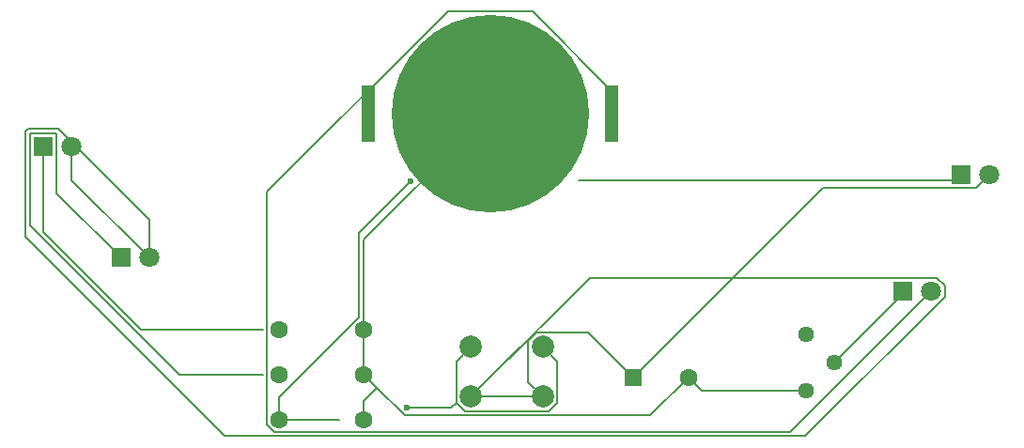
<source format=gtl>
G04 #@! TF.GenerationSoftware,KiCad,Pcbnew,9.0.2*
G04 #@! TF.CreationDate,2025-06-29T23:08:07-05:00*
G04 #@! TF.ProjectId,project-solder,70726f6a-6563-4742-9d73-6f6c6465722e,rev?*
G04 #@! TF.SameCoordinates,Original*
G04 #@! TF.FileFunction,Copper,L1,Top*
G04 #@! TF.FilePolarity,Positive*
%FSLAX46Y46*%
G04 Gerber Fmt 4.6, Leading zero omitted, Abs format (unit mm)*
G04 Created by KiCad (PCBNEW 9.0.2) date 2025-06-29 23:08:07*
%MOMM*%
%LPD*%
G01*
G04 APERTURE LIST*
G04 Aperture macros list*
%AMRoundRect*
0 Rectangle with rounded corners*
0 $1 Rounding radius*
0 $2 $3 $4 $5 $6 $7 $8 $9 X,Y pos of 4 corners*
0 Add a 4 corners polygon primitive as box body*
4,1,4,$2,$3,$4,$5,$6,$7,$8,$9,$2,$3,0*
0 Add four circle primitives for the rounded corners*
1,1,$1+$1,$2,$3*
1,1,$1+$1,$4,$5*
1,1,$1+$1,$6,$7*
1,1,$1+$1,$8,$9*
0 Add four rect primitives between the rounded corners*
20,1,$1+$1,$2,$3,$4,$5,0*
20,1,$1+$1,$4,$5,$6,$7,0*
20,1,$1+$1,$6,$7,$8,$9,0*
20,1,$1+$1,$8,$9,$2,$3,0*%
G04 Aperture macros list end*
G04 #@! TA.AperFunction,ComponentPad*
%ADD10C,1.440000*%
G04 #@! TD*
G04 #@! TA.AperFunction,ComponentPad*
%ADD11R,1.800000X1.800000*%
G04 #@! TD*
G04 #@! TA.AperFunction,ComponentPad*
%ADD12C,1.800000*%
G04 #@! TD*
G04 #@! TA.AperFunction,ComponentPad*
%ADD13RoundRect,0.250000X-0.550000X-0.550000X0.550000X-0.550000X0.550000X0.550000X-0.550000X0.550000X0*%
G04 #@! TD*
G04 #@! TA.AperFunction,ComponentPad*
%ADD14C,1.600000*%
G04 #@! TD*
G04 #@! TA.AperFunction,SMDPad,CuDef*
%ADD15R,1.270000X5.080000*%
G04 #@! TD*
G04 #@! TA.AperFunction,SMDPad,CuDef*
%ADD16C,17.800000*%
G04 #@! TD*
G04 #@! TA.AperFunction,ComponentPad*
%ADD17C,2.000000*%
G04 #@! TD*
G04 #@! TA.AperFunction,ViaPad*
%ADD18C,0.600000*%
G04 #@! TD*
G04 #@! TA.AperFunction,Conductor*
%ADD19C,0.200000*%
G04 #@! TD*
G04 APERTURE END LIST*
D10*
G04 #@! TO.P,RV2,1,1*
G04 #@! TO.N,Net-(BT1--)*
X217500000Y-102000000D03*
G04 #@! TO.P,RV2,2,2*
G04 #@! TO.N,Net-(D4-K)*
X220040000Y-99460000D03*
G04 #@! TO.P,RV2,3,3*
G04 #@! TO.N,unconnected-(RV2-Pad3)*
X217500000Y-96920000D03*
G04 #@! TD*
D11*
G04 #@! TO.P,D1,1,K*
G04 #@! TO.N,Net-(D1-K)*
X148725000Y-80000000D03*
D12*
G04 #@! TO.P,D1,2,A*
G04 #@! TO.N,Net-(D1-A)*
X151265000Y-80000000D03*
G04 #@! TD*
D13*
G04 #@! TO.P,C1,1*
G04 #@! TO.N,Net-(D1-A)*
X201894698Y-100791925D03*
D14*
G04 #@! TO.P,C1,2*
G04 #@! TO.N,Net-(BT1--)*
X206894698Y-100791925D03*
G04 #@! TD*
D15*
G04 #@! TO.P,BT1,1,+*
G04 #@! TO.N,Net-(BT1-+)*
X178015000Y-77000000D03*
X199985000Y-77000000D03*
D16*
G04 #@! TO.P,BT1,2,-*
G04 #@! TO.N,Net-(BT1--)*
X189000000Y-77000000D03*
G04 #@! TD*
D17*
G04 #@! TO.P,SW1,1,1*
G04 #@! TO.N,Net-(BT1-+)*
X187250000Y-98041925D03*
X193750000Y-98041925D03*
G04 #@! TO.P,SW1,2,2*
G04 #@! TO.N,Net-(D1-A)*
X187250000Y-102541925D03*
X193750000Y-102541925D03*
G04 #@! TD*
D14*
G04 #@! TO.P,R2,1*
G04 #@! TO.N,Net-(D2-K)*
X170000000Y-100550000D03*
G04 #@! TO.P,R2,2*
G04 #@! TO.N,Net-(BT1--)*
X177620000Y-100550000D03*
G04 #@! TD*
D11*
G04 #@! TO.P,D3,1,K*
G04 #@! TO.N,Net-(D3-K)*
X231460000Y-82500000D03*
D12*
G04 #@! TO.P,D3,2,A*
G04 #@! TO.N,Net-(D1-A)*
X234000000Y-82500000D03*
G04 #@! TD*
D11*
G04 #@! TO.P,D2,1,K*
G04 #@! TO.N,Net-(D2-K)*
X155725000Y-90000000D03*
D12*
G04 #@! TO.P,D2,2,A*
G04 #@! TO.N,Net-(D1-A)*
X158265000Y-90000000D03*
G04 #@! TD*
D14*
G04 #@! TO.P,R3,1*
G04 #@! TO.N,Net-(D3-K)*
X170000000Y-104600000D03*
G04 #@! TO.P,R3,2*
G04 #@! TO.N,Net-(BT1--)*
X177620000Y-104600000D03*
G04 #@! TD*
G04 #@! TO.P,R1,1*
G04 #@! TO.N,Net-(D1-K)*
X170000000Y-96500000D03*
G04 #@! TO.P,R1,2*
G04 #@! TO.N,Net-(BT1--)*
X177620000Y-96500000D03*
G04 #@! TD*
D11*
G04 #@! TO.P,D4,1,K*
G04 #@! TO.N,Net-(D4-K)*
X226225000Y-93000000D03*
D12*
G04 #@! TO.P,D4,2,A*
G04 #@! TO.N,Net-(BT1-+)*
X228765000Y-93000000D03*
G04 #@! TD*
D18*
G04 #@! TO.N,Net-(BT1-+)*
X181459265Y-103540735D03*
G04 #@! TO.N,Net-(D3-K)*
X181862986Y-83117441D03*
G04 #@! TD*
D19*
G04 #@! TO.N,Net-(D1-K)*
X148725000Y-80000000D02*
X148725000Y-87725000D01*
X148725000Y-87725000D02*
X157500000Y-96500000D01*
X157500000Y-96500000D02*
X168498000Y-96500000D01*
G04 #@! TO.N,Net-(BT1-+)*
X194288892Y-103842925D02*
X195051000Y-103080817D01*
X192811179Y-67799000D02*
X199985000Y-74972821D01*
X185949000Y-103080817D02*
X185489082Y-103540735D01*
X168899000Y-84088821D02*
X185188821Y-67799000D01*
X195051000Y-99342925D02*
X193750000Y-98041925D01*
X168899000Y-105056050D02*
X168899000Y-84088821D01*
X228765000Y-93000000D02*
X216064000Y-105701000D01*
X216064000Y-105701000D02*
X169543950Y-105701000D01*
X195051000Y-103080817D02*
X195051000Y-99342925D01*
X185949000Y-99342925D02*
X185949000Y-103080817D01*
X187250000Y-98041925D02*
X185949000Y-99342925D01*
X185188821Y-67799000D02*
X192811179Y-67799000D01*
X199985000Y-74972821D02*
X199985000Y-77000000D01*
X186711108Y-103842925D02*
X194288892Y-103842925D01*
X185949000Y-103080817D02*
X186711108Y-103842925D01*
X169543950Y-105701000D02*
X168899000Y-105056050D01*
X185489082Y-103540735D02*
X181459265Y-103540735D01*
G04 #@! TO.N,Net-(D2-K)*
X155725000Y-90000000D02*
X149926000Y-84201000D01*
X160982900Y-100550000D02*
X168498000Y-100550000D01*
X147524000Y-87091100D02*
X160982900Y-100550000D01*
X147524000Y-78799000D02*
X147524000Y-87091100D01*
X149926000Y-78799000D02*
X147524000Y-78799000D01*
X149926000Y-84201000D02*
X149926000Y-78799000D01*
G04 #@! TO.N,Net-(BT1--)*
X177620000Y-88380000D02*
X189000000Y-77000000D01*
X177620000Y-100550000D02*
X177620000Y-88380000D01*
X177620000Y-104600000D02*
X177620000Y-102947100D01*
X181313925Y-104243925D02*
X178818550Y-101748550D01*
X217500000Y-102000000D02*
X208102773Y-102000000D01*
X206894698Y-100791925D02*
X203442698Y-104243925D01*
X177620000Y-102947100D02*
X178818550Y-101748550D01*
X177620000Y-100550000D02*
X177620000Y-96500000D01*
X177620000Y-100550000D02*
X178818550Y-101748550D01*
X203442698Y-104243925D02*
X181313925Y-104243925D01*
X208102773Y-102000000D02*
X206894698Y-100791925D01*
G04 #@! TO.N,Net-(D1-A)*
X147123000Y-78632900D02*
X147123000Y-88123000D01*
X187250000Y-102541925D02*
X193750000Y-102541925D01*
X192449000Y-101240925D02*
X193750000Y-102541925D01*
X229966000Y-93497471D02*
X229966000Y-92502529D01*
X229966000Y-92502529D02*
X229262471Y-91799000D01*
X187250000Y-102541925D02*
X193051000Y-96740925D01*
X151265000Y-80000000D02*
X151265000Y-83000000D01*
X229262471Y-91799000D02*
X197992925Y-91799000D01*
X193051000Y-96740925D02*
X197843698Y-96740925D01*
X158265000Y-90000000D02*
X158265000Y-86570900D01*
X217361471Y-106102000D02*
X229966000Y-93497471D01*
X150092100Y-78398000D02*
X147357900Y-78398000D01*
X234000000Y-82500000D02*
X232799000Y-83701000D01*
X165102000Y-106102000D02*
X217361471Y-106102000D01*
X193211108Y-96740925D02*
X192449000Y-97503033D01*
X158265000Y-86570900D02*
X150092100Y-78398000D01*
X151265000Y-83000000D02*
X158265000Y-90000000D01*
X192449000Y-97503033D02*
X192449000Y-101240925D01*
X147123000Y-88123000D02*
X165102000Y-106102000D01*
X197992925Y-91799000D02*
X187250000Y-102541925D01*
X197843698Y-96740925D02*
X201894698Y-100791925D01*
X232799000Y-83701000D02*
X218985623Y-83701000D01*
X197843698Y-96740925D02*
X193211108Y-96740925D01*
X218985623Y-83701000D02*
X201894698Y-100791925D01*
X147357900Y-78398000D02*
X147123000Y-78632900D01*
G04 #@! TO.N,Net-(D3-K)*
X177163950Y-87816477D02*
X181862986Y-83117441D01*
X170000000Y-104600000D02*
X170000000Y-102562950D01*
X197002529Y-82997471D02*
X230962529Y-82997471D01*
X170000000Y-102562950D02*
X177163950Y-95399000D01*
X177163950Y-95399000D02*
X177163950Y-87816477D01*
X170000000Y-104600000D02*
X175400000Y-104600000D01*
X230962529Y-82997471D02*
X231460000Y-82500000D01*
G04 #@! TO.N,Net-(D4-K)*
X226225000Y-93275000D02*
X220040000Y-99460000D01*
X226225000Y-93000000D02*
X226225000Y-93275000D01*
G04 #@! TD*
M02*

</source>
